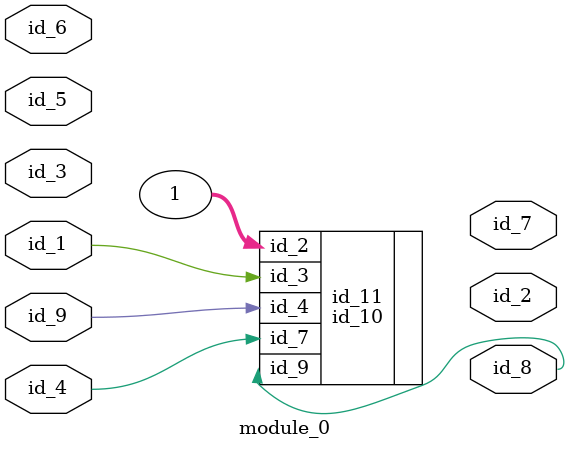
<source format=v>
module module_0 (
    id_1,
    id_2,
    id_3,
    id_4,
    id_5,
    id_6,
    id_7,
    id_8,
    id_9
);
  input id_9;
  output id_8;
  output id_7;
  input id_6;
  input id_5;
  input id_4;
  input id_3;
  output id_2;
  input id_1;
  id_10 id_11 (
      .id_9(id_8),
      .id_3(id_1),
      .id_7(id_4),
      .id_4(id_8),
      .id_4(id_9),
      .id_2(1),
      .id_3(id_1)
  );
endmodule

</source>
